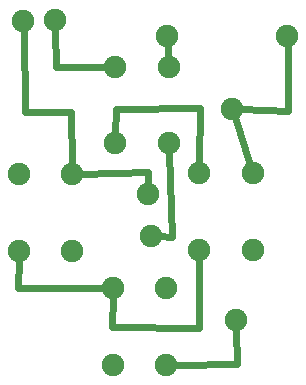
<source format=gtl>
G04 MADE WITH FRITZING*
G04 WWW.FRITZING.ORG*
G04 DOUBLE SIDED*
G04 HOLES PLATED*
G04 CONTOUR ON CENTER OF CONTOUR VECTOR*
%ASAXBY*%
%FSLAX23Y23*%
%MOIN*%
%OFA0B0*%
%SFA1.0B1.0*%
%ADD10C,0.075000*%
%ADD11C,0.024000*%
%ADD12R,0.001000X0.001000*%
%LNCOPPER1*%
G90*
G70*
G54D10*
X1099Y1265D03*
X699Y1265D03*
X644Y600D03*
X927Y318D03*
X634Y740D03*
X916Y1022D03*
X518Y171D03*
X518Y426D03*
X695Y171D03*
X695Y426D03*
X525Y908D03*
X525Y1164D03*
X703Y908D03*
X703Y1164D03*
X806Y554D03*
X806Y810D03*
X983Y554D03*
X983Y810D03*
X203Y551D03*
X203Y806D03*
X380Y551D03*
X380Y806D03*
X326Y1319D03*
X219Y1317D03*
G54D11*
X975Y837D02*
X925Y995D01*
D02*
X202Y426D02*
X489Y426D01*
D02*
X203Y522D02*
X202Y426D01*
D02*
X723Y171D02*
X932Y173D01*
D02*
X932Y173D02*
X928Y289D01*
D02*
X713Y595D02*
X704Y880D01*
D02*
X672Y598D02*
X713Y595D01*
D02*
X634Y768D02*
X635Y814D01*
D02*
X635Y814D02*
X409Y807D01*
D02*
X1100Y1017D02*
X945Y1022D01*
D02*
X1100Y1237D02*
X1100Y1017D01*
D02*
X806Y838D02*
X808Y1026D01*
D02*
X808Y1026D02*
X527Y1023D01*
D02*
X527Y1023D02*
X526Y937D01*
D02*
X516Y297D02*
X804Y292D01*
D02*
X804Y292D02*
X806Y525D01*
D02*
X517Y398D02*
X516Y297D01*
D02*
X700Y1237D02*
X702Y1193D01*
D02*
X329Y1163D02*
X497Y1164D01*
D02*
X326Y1291D02*
X329Y1163D01*
D02*
X378Y1012D02*
X380Y835D01*
D02*
X224Y1012D02*
X378Y1012D01*
D02*
X220Y1288D02*
X224Y1012D01*
G54D12*
D02*
G04 End of Copper1*
M02*
</source>
